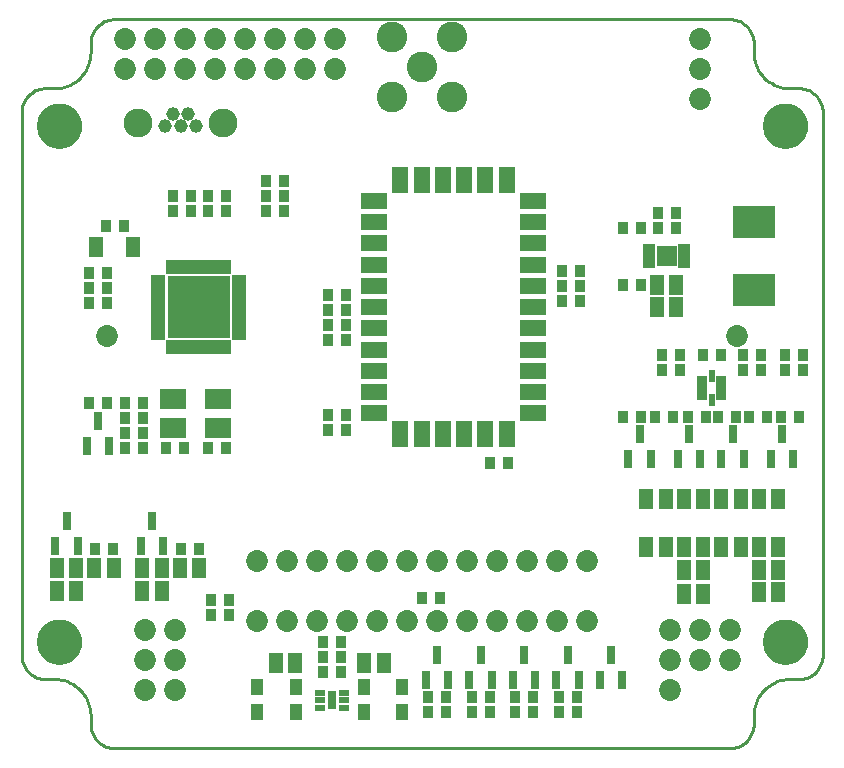
<source format=gbr>
G04 EAGLE Gerber RS-274X export*
G75*
%MOMM*%
%FSLAX34Y34*%
%LPD*%
%INSoldermask Top*%
%IPPOS*%
%AMOC8*
5,1,8,0,0,1.08239X$1,22.5*%
G01*
%ADD10C,3.759200*%
%ADD11C,2.603200*%
%ADD12R,0.965200X1.092200*%
%ADD13R,1.173200X1.673200*%
%ADD14C,1.853200*%
%ADD15C,1.161200*%
%ADD16C,2.453200*%
%ADD17R,1.113200X1.423200*%
%ADD18R,0.803200X1.503200*%
%ADD19R,0.803200X1.603200*%
%ADD20R,0.953200X0.503200*%
%ADD21R,0.503200X1.003200*%
%ADD22R,2.203200X1.403200*%
%ADD23R,1.403200X2.203200*%
%ADD24R,2.203200X1.703200*%
%ADD25R,1.203200X0.503200*%
%ADD26R,0.503200X1.203200*%
%ADD27R,5.303200X5.303200*%
%ADD28R,3.603200X2.803200*%
%ADD29R,1.703200X1.703200*%
%ADD30R,1.003200X0.503200*%
%ADD31R,1.303200X1.803200*%
%ADD32C,0.254000*%


D10*
X31750Y90170D03*
X646430Y527050D03*
X31750Y527050D03*
X646430Y90170D03*
D11*
X339090Y576580D03*
X364490Y601980D03*
X364490Y551180D03*
X313690Y551180D03*
X313690Y601980D03*
D12*
X87630Y292100D03*
X102870Y292100D03*
X259080Y269240D03*
X274320Y269240D03*
X472440Y403860D03*
X457200Y403860D03*
X222250Y480060D03*
X207010Y480060D03*
D13*
X215220Y72390D03*
X231820Y72390D03*
X290150Y72390D03*
X306750Y72390D03*
D12*
X255270Y77470D03*
X270510Y77470D03*
X255270Y90170D03*
X270510Y90170D03*
X255270Y64770D03*
X270510Y64770D03*
X661670Y320040D03*
X646430Y320040D03*
X87630Y279400D03*
X102870Y279400D03*
X509270Y280670D03*
X524510Y280670D03*
X535940Y280670D03*
X551180Y280670D03*
X563880Y280670D03*
X579120Y280670D03*
X121920Y254000D03*
X137160Y254000D03*
X172720Y254000D03*
X157480Y254000D03*
X143510Y467360D03*
X128270Y467360D03*
X57150Y377190D03*
X72390Y377190D03*
X72390Y292100D03*
X57150Y292100D03*
X102870Y254000D03*
X87630Y254000D03*
X259080Y281940D03*
X274320Y281940D03*
D14*
X113030Y600710D03*
X87630Y575310D03*
X87630Y600710D03*
X138430Y575310D03*
X138430Y600710D03*
X113030Y575310D03*
X189230Y575310D03*
X163830Y575310D03*
X265430Y600710D03*
X265430Y575310D03*
X240030Y575310D03*
X214630Y575310D03*
X240030Y600710D03*
X214630Y600710D03*
X189230Y600710D03*
X163830Y600710D03*
D15*
X134620Y527050D03*
X121620Y527050D03*
X128120Y537050D03*
X141120Y537050D03*
X147620Y527050D03*
D16*
X98870Y529250D03*
X170370Y529250D03*
D17*
X232250Y30480D03*
X199550Y30480D03*
X232250Y52070D03*
X199550Y52070D03*
X322420Y30480D03*
X289720Y30480D03*
X322420Y52070D03*
X289720Y52070D03*
D18*
X55270Y256200D03*
X74270Y256200D03*
X64770Y277200D03*
D19*
X262890Y40640D03*
D20*
X252640Y47140D03*
X252640Y40640D03*
X252640Y34140D03*
X273140Y34140D03*
X273140Y40640D03*
X273140Y47140D03*
X576450Y312300D03*
X576450Y307300D03*
X576450Y302300D03*
X576450Y297300D03*
X591950Y297300D03*
X591950Y302300D03*
X591950Y307300D03*
X591950Y312300D03*
D21*
X584200Y294800D03*
X584200Y314800D03*
D22*
X298260Y463380D03*
X298260Y445380D03*
X298260Y427380D03*
X298260Y409380D03*
X298260Y391380D03*
X298260Y373380D03*
X298260Y355380D03*
X298260Y337380D03*
X298260Y319380D03*
X298260Y301380D03*
X298260Y283380D03*
D23*
X320760Y265880D03*
X338760Y265880D03*
X356760Y265880D03*
X374760Y265880D03*
X392760Y265880D03*
X410760Y265880D03*
D22*
X433260Y283380D03*
X433260Y301380D03*
X433260Y319380D03*
X433260Y337380D03*
X433260Y355380D03*
X433260Y373380D03*
X433260Y391380D03*
X433260Y409380D03*
X433260Y427380D03*
X433260Y445380D03*
X433260Y463380D03*
D23*
X410760Y480880D03*
X392760Y480880D03*
X374760Y480880D03*
X356760Y480880D03*
X338760Y480880D03*
X320760Y480880D03*
D18*
X489610Y58080D03*
X508610Y58080D03*
X499110Y79080D03*
X452780Y58080D03*
X471780Y58080D03*
X462280Y79080D03*
X415950Y58080D03*
X434950Y58080D03*
X425450Y79080D03*
X379120Y58080D03*
X398120Y58080D03*
X388620Y79080D03*
D12*
X172720Y454660D03*
X157480Y454660D03*
X457200Y378460D03*
X472440Y378460D03*
X457200Y391160D03*
X472440Y391160D03*
X469900Y43180D03*
X454660Y43180D03*
X469900Y30480D03*
X454660Y30480D03*
X433070Y30480D03*
X417830Y30480D03*
X433070Y43180D03*
X417830Y43180D03*
X222250Y454660D03*
X207010Y454660D03*
X222250Y467360D03*
X207010Y467360D03*
X57150Y402590D03*
X72390Y402590D03*
X57150Y389890D03*
X72390Y389890D03*
X157480Y467360D03*
X172720Y467360D03*
X557530Y320040D03*
X542290Y320040D03*
X542290Y332740D03*
X557530Y332740D03*
X591820Y332740D03*
X576580Y332740D03*
X610870Y332740D03*
X626110Y332740D03*
X610870Y320040D03*
X626110Y320040D03*
X128270Y454660D03*
X143510Y454660D03*
X102870Y266700D03*
X87630Y266700D03*
X396240Y30480D03*
X381000Y30480D03*
X381000Y43180D03*
X396240Y43180D03*
X259080Y345440D03*
X274320Y345440D03*
X274320Y358140D03*
X259080Y358140D03*
X259080Y383540D03*
X274320Y383540D03*
X274320Y370840D03*
X259080Y370840D03*
X411480Y241300D03*
X396240Y241300D03*
D24*
X128320Y270710D03*
X166320Y270710D03*
X166320Y295710D03*
X128320Y295710D03*
D25*
X115860Y398380D03*
X115860Y393380D03*
X115860Y388380D03*
X115860Y383380D03*
X115860Y378380D03*
X115860Y373380D03*
X115860Y368380D03*
X115860Y363380D03*
X115860Y358380D03*
X115860Y353380D03*
X115860Y348380D03*
D26*
X124860Y339380D03*
X129860Y339380D03*
X134860Y339380D03*
X139860Y339380D03*
X144860Y339380D03*
X149860Y339380D03*
X154860Y339380D03*
X159860Y339380D03*
X164860Y339380D03*
X169860Y339380D03*
X174860Y339380D03*
D25*
X183860Y348380D03*
X183860Y353380D03*
X183860Y358380D03*
X183860Y363380D03*
X183860Y368380D03*
X183860Y373380D03*
X183860Y378380D03*
X183860Y383380D03*
X183860Y388380D03*
X183860Y393380D03*
X183860Y398380D03*
D26*
X174860Y407380D03*
X169860Y407380D03*
X164860Y407380D03*
X159860Y407380D03*
X154860Y407380D03*
X149860Y407380D03*
X144860Y407380D03*
X139860Y407380D03*
X134860Y407380D03*
X129860Y407380D03*
X124860Y407380D03*
D27*
X149860Y373380D03*
D18*
X342290Y58080D03*
X361290Y58080D03*
X351790Y79080D03*
D12*
X344170Y30480D03*
X359410Y30480D03*
X344170Y43180D03*
X359410Y43180D03*
X71120Y441960D03*
X86360Y441960D03*
D18*
X513740Y244770D03*
X532740Y244770D03*
X523240Y265770D03*
X555650Y244770D03*
X574650Y244770D03*
X565150Y265770D03*
X592480Y244770D03*
X611480Y244770D03*
X601980Y265770D03*
X634390Y244770D03*
X653390Y244770D03*
X643890Y265770D03*
D12*
X631190Y280670D03*
X615950Y280670D03*
D13*
X528910Y210820D03*
X545510Y210820D03*
X560660Y210820D03*
X577260Y210820D03*
X609010Y210820D03*
X592410Y210820D03*
X624160Y210820D03*
X640760Y210820D03*
D12*
X589280Y280670D03*
X604520Y280670D03*
X657860Y280670D03*
X642620Y280670D03*
X646430Y332740D03*
X661670Y332740D03*
D28*
X619760Y445560D03*
X619760Y387560D03*
D29*
X546100Y416560D03*
D30*
X531100Y424060D03*
X531100Y419060D03*
X531100Y414060D03*
X531100Y409060D03*
X561100Y409060D03*
X561100Y414060D03*
X561100Y419060D03*
X561100Y424060D03*
D13*
X537800Y373380D03*
X554400Y373380D03*
X537800Y392430D03*
X554400Y392430D03*
D12*
X509270Y440690D03*
X524510Y440690D03*
X509270Y392430D03*
X524510Y392430D03*
X538480Y440690D03*
X553720Y440690D03*
X538480Y453390D03*
X553720Y453390D03*
D14*
X574040Y600710D03*
X574040Y549910D03*
X574040Y575310D03*
D12*
X339090Y127000D03*
X354330Y127000D03*
D14*
X605790Y349250D03*
X72390Y349250D03*
D31*
X63240Y424180D03*
X94240Y424180D03*
D13*
X640760Y132080D03*
X624160Y132080D03*
D14*
X599440Y100330D03*
X599440Y74930D03*
D13*
X577260Y130810D03*
X560660Y130810D03*
D14*
X574040Y100330D03*
X574040Y74930D03*
D13*
X560660Y151130D03*
X577260Y151130D03*
X640760Y151130D03*
X624160Y151130D03*
X545510Y170180D03*
X528910Y170180D03*
X577260Y170180D03*
X560660Y170180D03*
X592410Y170180D03*
X609010Y170180D03*
X640760Y170180D03*
X624160Y170180D03*
D14*
X548640Y49530D03*
X548640Y100330D03*
X548640Y74930D03*
X478790Y107950D03*
X453390Y107950D03*
X427990Y107950D03*
X402590Y107950D03*
X377190Y107950D03*
X351790Y107950D03*
X478790Y158750D03*
X453390Y158750D03*
X427990Y158750D03*
X402590Y158750D03*
X377190Y158750D03*
X351790Y158750D03*
X326390Y107950D03*
X300990Y107950D03*
X275590Y107950D03*
X250190Y107950D03*
X224790Y107950D03*
X199390Y107950D03*
X326390Y158750D03*
X300990Y158750D03*
X275590Y158750D03*
X250190Y158750D03*
X224790Y158750D03*
X199390Y158750D03*
D13*
X150540Y152400D03*
X133940Y152400D03*
X118790Y152400D03*
X102190Y152400D03*
D18*
X100990Y171110D03*
X119990Y171110D03*
X110490Y192110D03*
D13*
X102190Y133350D03*
X118790Y133350D03*
D14*
X129540Y49530D03*
X129540Y100330D03*
X129540Y74930D03*
D13*
X78150Y152400D03*
X61550Y152400D03*
X29800Y133350D03*
X46400Y133350D03*
X46400Y152400D03*
X29800Y152400D03*
D18*
X28600Y171110D03*
X47600Y171110D03*
X38100Y192110D03*
D14*
X104140Y49530D03*
X104140Y100330D03*
X104140Y74930D03*
D12*
X149860Y168910D03*
X134620Y168910D03*
X77470Y168910D03*
X62230Y168910D03*
X160020Y125730D03*
X175260Y125730D03*
X160020Y113030D03*
X175260Y113030D03*
D32*
X0Y78740D02*
X77Y76969D01*
X309Y75211D01*
X692Y73481D01*
X1225Y71790D01*
X1904Y70152D01*
X2722Y68580D01*
X3675Y67085D01*
X4754Y65679D01*
X5952Y64372D01*
X7259Y63174D01*
X8665Y62095D01*
X10160Y61142D01*
X11732Y60324D01*
X13370Y59645D01*
X15061Y59112D01*
X16791Y58729D01*
X18549Y58497D01*
X20320Y58420D01*
X27940Y58420D01*
X30597Y58304D01*
X33233Y57957D01*
X35829Y57381D01*
X38365Y56582D01*
X40821Y55564D01*
X43180Y54336D01*
X45423Y52908D01*
X47532Y51289D01*
X49493Y49493D01*
X51289Y47532D01*
X52908Y45423D01*
X54336Y43180D01*
X55564Y40821D01*
X56582Y38365D01*
X57381Y35829D01*
X57957Y33233D01*
X58304Y30597D01*
X58420Y27940D01*
X58420Y20320D01*
X58497Y18549D01*
X58729Y16791D01*
X59112Y15061D01*
X59645Y13370D01*
X60324Y11732D01*
X61142Y10160D01*
X62095Y8665D01*
X63174Y7259D01*
X64372Y5952D01*
X65679Y4754D01*
X67085Y3675D01*
X68580Y2722D01*
X70152Y1904D01*
X71790Y1225D01*
X73481Y692D01*
X75211Y309D01*
X76969Y77D01*
X78740Y0D01*
X599440Y0D01*
X601211Y77D01*
X602969Y309D01*
X604699Y692D01*
X606390Y1225D01*
X608028Y1904D01*
X609600Y2722D01*
X611095Y3675D01*
X612501Y4754D01*
X613808Y5952D01*
X615006Y7259D01*
X616085Y8665D01*
X617038Y10160D01*
X617856Y11732D01*
X618535Y13370D01*
X619068Y15061D01*
X619451Y16791D01*
X619683Y18549D01*
X619760Y20320D01*
X619760Y27940D01*
X619876Y30597D01*
X620223Y33233D01*
X620799Y35829D01*
X621598Y38365D01*
X622616Y40821D01*
X623844Y43180D01*
X625272Y45423D01*
X626891Y47532D01*
X628687Y49493D01*
X630648Y51289D01*
X632757Y52908D01*
X635000Y54336D01*
X637359Y55564D01*
X639815Y56582D01*
X642351Y57381D01*
X644947Y57957D01*
X647584Y58304D01*
X650240Y58420D01*
X657860Y58420D01*
X659631Y58497D01*
X661389Y58729D01*
X663119Y59112D01*
X664810Y59645D01*
X666448Y60324D01*
X668020Y61142D01*
X669515Y62095D01*
X670921Y63174D01*
X672228Y64372D01*
X673426Y65679D01*
X674505Y67085D01*
X675458Y68580D01*
X676276Y70152D01*
X676955Y71790D01*
X677488Y73481D01*
X677871Y75211D01*
X678103Y76969D01*
X678180Y78740D01*
X678180Y538480D01*
X678103Y540251D01*
X677871Y542009D01*
X677488Y543739D01*
X676955Y545430D01*
X676276Y547068D01*
X675458Y548640D01*
X674505Y550135D01*
X673426Y551541D01*
X672228Y552848D01*
X670921Y554046D01*
X669515Y555125D01*
X668020Y556078D01*
X666448Y556896D01*
X664810Y557575D01*
X663119Y558108D01*
X661389Y558491D01*
X659631Y558723D01*
X657860Y558800D01*
X650240Y558800D01*
X647584Y558916D01*
X644947Y559263D01*
X642351Y559839D01*
X639815Y560638D01*
X637359Y561656D01*
X635000Y562884D01*
X632757Y564312D01*
X630648Y565931D01*
X628687Y567727D01*
X626891Y569688D01*
X625272Y571797D01*
X623844Y574040D01*
X622616Y576399D01*
X621598Y578855D01*
X620799Y581391D01*
X620223Y583987D01*
X619876Y586624D01*
X619760Y589280D01*
X619760Y596900D01*
X619683Y598671D01*
X619451Y600429D01*
X619068Y602159D01*
X618535Y603850D01*
X617856Y605488D01*
X617038Y607060D01*
X616085Y608555D01*
X615006Y609961D01*
X613808Y611268D01*
X612501Y612466D01*
X611095Y613545D01*
X609600Y614498D01*
X608028Y615316D01*
X606390Y615995D01*
X604699Y616528D01*
X602969Y616911D01*
X601211Y617143D01*
X599440Y617220D01*
X78740Y617220D01*
X76969Y617143D01*
X75211Y616911D01*
X73481Y616528D01*
X71790Y615995D01*
X70152Y615316D01*
X68580Y614498D01*
X67085Y613545D01*
X65679Y612466D01*
X64372Y611268D01*
X63174Y609961D01*
X62095Y608555D01*
X61142Y607060D01*
X60324Y605488D01*
X59645Y603850D01*
X59112Y602159D01*
X58729Y600429D01*
X58497Y598671D01*
X58420Y596900D01*
X58420Y589280D01*
X58304Y586624D01*
X57957Y583987D01*
X57381Y581391D01*
X56582Y578855D01*
X55564Y576399D01*
X54336Y574040D01*
X52908Y571797D01*
X51289Y569688D01*
X49493Y567727D01*
X47532Y565931D01*
X45423Y564312D01*
X43180Y562884D01*
X40821Y561656D01*
X38365Y560638D01*
X35829Y559839D01*
X33233Y559263D01*
X30597Y558916D01*
X27940Y558800D01*
X20320Y558800D01*
X18549Y558723D01*
X16791Y558491D01*
X15061Y558108D01*
X13370Y557575D01*
X11732Y556896D01*
X10160Y556078D01*
X8665Y555125D01*
X7259Y554046D01*
X5952Y552848D01*
X4754Y551541D01*
X3675Y550135D01*
X2722Y548640D01*
X1904Y547068D01*
X1225Y545430D01*
X692Y543739D01*
X309Y542009D01*
X77Y540251D01*
X0Y538480D01*
X0Y78740D01*
X49530Y89588D02*
X49454Y88426D01*
X49302Y87272D01*
X49075Y86130D01*
X48774Y85006D01*
X48399Y83904D01*
X47954Y82828D01*
X47439Y81784D01*
X46857Y80776D01*
X46210Y79808D01*
X45502Y78884D01*
X44734Y78009D01*
X43911Y77186D01*
X43036Y76419D01*
X42112Y75710D01*
X41144Y75063D01*
X40136Y74481D01*
X39092Y73966D01*
X38016Y73521D01*
X36914Y73147D01*
X35790Y72845D01*
X34648Y72618D01*
X33494Y72466D01*
X32332Y72390D01*
X31168Y72390D01*
X30006Y72466D01*
X28852Y72618D01*
X27710Y72845D01*
X26586Y73147D01*
X25484Y73521D01*
X24408Y73966D01*
X23364Y74481D01*
X22356Y75063D01*
X21388Y75710D01*
X20464Y76419D01*
X19589Y77186D01*
X18766Y78009D01*
X17999Y78884D01*
X17290Y79808D01*
X16643Y80776D01*
X16061Y81784D01*
X15546Y82828D01*
X15101Y83904D01*
X14727Y85006D01*
X14425Y86130D01*
X14198Y87272D01*
X14046Y88426D01*
X13970Y89588D01*
X13970Y90752D01*
X14046Y91914D01*
X14198Y93068D01*
X14425Y94210D01*
X14727Y95334D01*
X15101Y96436D01*
X15546Y97512D01*
X16061Y98556D01*
X16643Y99564D01*
X17290Y100532D01*
X17999Y101456D01*
X18766Y102331D01*
X19589Y103154D01*
X20464Y103922D01*
X21388Y104630D01*
X22356Y105277D01*
X23364Y105859D01*
X24408Y106374D01*
X25484Y106819D01*
X26586Y107194D01*
X27710Y107495D01*
X28852Y107722D01*
X30006Y107874D01*
X31168Y107950D01*
X32332Y107950D01*
X33494Y107874D01*
X34648Y107722D01*
X35790Y107495D01*
X36914Y107194D01*
X38016Y106819D01*
X39092Y106374D01*
X40136Y105859D01*
X41144Y105277D01*
X42112Y104630D01*
X43036Y103922D01*
X43911Y103154D01*
X44734Y102331D01*
X45502Y101456D01*
X46210Y100532D01*
X46857Y99564D01*
X47439Y98556D01*
X47954Y97512D01*
X48399Y96436D01*
X48774Y95334D01*
X49075Y94210D01*
X49302Y93068D01*
X49454Y91914D01*
X49530Y90752D01*
X49530Y89588D01*
X664210Y526468D02*
X664134Y525306D01*
X663982Y524152D01*
X663755Y523010D01*
X663454Y521886D01*
X663079Y520784D01*
X662634Y519708D01*
X662119Y518664D01*
X661537Y517656D01*
X660890Y516688D01*
X660182Y515764D01*
X659414Y514889D01*
X658591Y514066D01*
X657716Y513299D01*
X656792Y512590D01*
X655824Y511943D01*
X654816Y511361D01*
X653772Y510846D01*
X652696Y510401D01*
X651594Y510027D01*
X650470Y509725D01*
X649328Y509498D01*
X648174Y509346D01*
X647012Y509270D01*
X645848Y509270D01*
X644686Y509346D01*
X643532Y509498D01*
X642390Y509725D01*
X641266Y510027D01*
X640164Y510401D01*
X639088Y510846D01*
X638044Y511361D01*
X637036Y511943D01*
X636068Y512590D01*
X635144Y513299D01*
X634269Y514066D01*
X633446Y514889D01*
X632679Y515764D01*
X631970Y516688D01*
X631323Y517656D01*
X630741Y518664D01*
X630226Y519708D01*
X629781Y520784D01*
X629407Y521886D01*
X629105Y523010D01*
X628878Y524152D01*
X628726Y525306D01*
X628650Y526468D01*
X628650Y527632D01*
X628726Y528794D01*
X628878Y529948D01*
X629105Y531090D01*
X629407Y532214D01*
X629781Y533316D01*
X630226Y534392D01*
X630741Y535436D01*
X631323Y536444D01*
X631970Y537412D01*
X632679Y538336D01*
X633446Y539211D01*
X634269Y540034D01*
X635144Y540802D01*
X636068Y541510D01*
X637036Y542157D01*
X638044Y542739D01*
X639088Y543254D01*
X640164Y543699D01*
X641266Y544074D01*
X642390Y544375D01*
X643532Y544602D01*
X644686Y544754D01*
X645848Y544830D01*
X647012Y544830D01*
X648174Y544754D01*
X649328Y544602D01*
X650470Y544375D01*
X651594Y544074D01*
X652696Y543699D01*
X653772Y543254D01*
X654816Y542739D01*
X655824Y542157D01*
X656792Y541510D01*
X657716Y540802D01*
X658591Y540034D01*
X659414Y539211D01*
X660182Y538336D01*
X660890Y537412D01*
X661537Y536444D01*
X662119Y535436D01*
X662634Y534392D01*
X663079Y533316D01*
X663454Y532214D01*
X663755Y531090D01*
X663982Y529948D01*
X664134Y528794D01*
X664210Y527632D01*
X664210Y526468D01*
X49530Y526468D02*
X49454Y525306D01*
X49302Y524152D01*
X49075Y523010D01*
X48774Y521886D01*
X48399Y520784D01*
X47954Y519708D01*
X47439Y518664D01*
X46857Y517656D01*
X46210Y516688D01*
X45502Y515764D01*
X44734Y514889D01*
X43911Y514066D01*
X43036Y513299D01*
X42112Y512590D01*
X41144Y511943D01*
X40136Y511361D01*
X39092Y510846D01*
X38016Y510401D01*
X36914Y510027D01*
X35790Y509725D01*
X34648Y509498D01*
X33494Y509346D01*
X32332Y509270D01*
X31168Y509270D01*
X30006Y509346D01*
X28852Y509498D01*
X27710Y509725D01*
X26586Y510027D01*
X25484Y510401D01*
X24408Y510846D01*
X23364Y511361D01*
X22356Y511943D01*
X21388Y512590D01*
X20464Y513299D01*
X19589Y514066D01*
X18766Y514889D01*
X17999Y515764D01*
X17290Y516688D01*
X16643Y517656D01*
X16061Y518664D01*
X15546Y519708D01*
X15101Y520784D01*
X14727Y521886D01*
X14425Y523010D01*
X14198Y524152D01*
X14046Y525306D01*
X13970Y526468D01*
X13970Y527632D01*
X14046Y528794D01*
X14198Y529948D01*
X14425Y531090D01*
X14727Y532214D01*
X15101Y533316D01*
X15546Y534392D01*
X16061Y535436D01*
X16643Y536444D01*
X17290Y537412D01*
X17999Y538336D01*
X18766Y539211D01*
X19589Y540034D01*
X20464Y540802D01*
X21388Y541510D01*
X22356Y542157D01*
X23364Y542739D01*
X24408Y543254D01*
X25484Y543699D01*
X26586Y544074D01*
X27710Y544375D01*
X28852Y544602D01*
X30006Y544754D01*
X31168Y544830D01*
X32332Y544830D01*
X33494Y544754D01*
X34648Y544602D01*
X35790Y544375D01*
X36914Y544074D01*
X38016Y543699D01*
X39092Y543254D01*
X40136Y542739D01*
X41144Y542157D01*
X42112Y541510D01*
X43036Y540802D01*
X43911Y540034D01*
X44734Y539211D01*
X45502Y538336D01*
X46210Y537412D01*
X46857Y536444D01*
X47439Y535436D01*
X47954Y534392D01*
X48399Y533316D01*
X48774Y532214D01*
X49075Y531090D01*
X49302Y529948D01*
X49454Y528794D01*
X49530Y527632D01*
X49530Y526468D01*
X664210Y89588D02*
X664134Y88426D01*
X663982Y87272D01*
X663755Y86130D01*
X663454Y85006D01*
X663079Y83904D01*
X662634Y82828D01*
X662119Y81784D01*
X661537Y80776D01*
X660890Y79808D01*
X660182Y78884D01*
X659414Y78009D01*
X658591Y77186D01*
X657716Y76419D01*
X656792Y75710D01*
X655824Y75063D01*
X654816Y74481D01*
X653772Y73966D01*
X652696Y73521D01*
X651594Y73147D01*
X650470Y72845D01*
X649328Y72618D01*
X648174Y72466D01*
X647012Y72390D01*
X645848Y72390D01*
X644686Y72466D01*
X643532Y72618D01*
X642390Y72845D01*
X641266Y73147D01*
X640164Y73521D01*
X639088Y73966D01*
X638044Y74481D01*
X637036Y75063D01*
X636068Y75710D01*
X635144Y76419D01*
X634269Y77186D01*
X633446Y78009D01*
X632679Y78884D01*
X631970Y79808D01*
X631323Y80776D01*
X630741Y81784D01*
X630226Y82828D01*
X629781Y83904D01*
X629407Y85006D01*
X629105Y86130D01*
X628878Y87272D01*
X628726Y88426D01*
X628650Y89588D01*
X628650Y90752D01*
X628726Y91914D01*
X628878Y93068D01*
X629105Y94210D01*
X629407Y95334D01*
X629781Y96436D01*
X630226Y97512D01*
X630741Y98556D01*
X631323Y99564D01*
X631970Y100532D01*
X632679Y101456D01*
X633446Y102331D01*
X634269Y103154D01*
X635144Y103922D01*
X636068Y104630D01*
X637036Y105277D01*
X638044Y105859D01*
X639088Y106374D01*
X640164Y106819D01*
X641266Y107194D01*
X642390Y107495D01*
X643532Y107722D01*
X644686Y107874D01*
X645848Y107950D01*
X647012Y107950D01*
X648174Y107874D01*
X649328Y107722D01*
X650470Y107495D01*
X651594Y107194D01*
X652696Y106819D01*
X653772Y106374D01*
X654816Y105859D01*
X655824Y105277D01*
X656792Y104630D01*
X657716Y103922D01*
X658591Y103154D01*
X659414Y102331D01*
X660182Y101456D01*
X660890Y100532D01*
X661537Y99564D01*
X662119Y98556D01*
X662634Y97512D01*
X663079Y96436D01*
X663454Y95334D01*
X663755Y94210D01*
X663982Y93068D01*
X664134Y91914D01*
X664210Y90752D01*
X664210Y89588D01*
M02*

</source>
